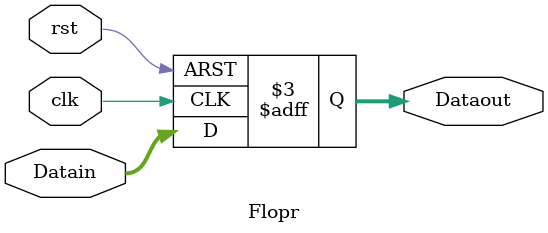
<source format=v>
`timescale 1ns / 1ps


module Flopr #(parameter WIDTH=32)(clk,rst,Datain,Dataout);
    input clk;
    input rst;
    input [WIDTH-1:0] Datain;
    output reg [WIDTH-1:0] Dataout=0;

    always @(posedge clk or posedge rst) 
    begin
        if(rst)
            Dataout<=0;
        else Dataout<=Datain;
    end
endmodule

</source>
